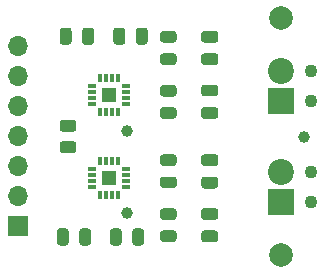
<source format=gbr>
%TF.GenerationSoftware,KiCad,Pcbnew,(5.1.10)-1*%
%TF.CreationDate,2021-10-14T08:55:52-04:00*%
%TF.ProjectId,TP_Final,54505f46-696e-4616-9c2e-6b696361645f,rev?*%
%TF.SameCoordinates,Original*%
%TF.FileFunction,Soldermask,Top*%
%TF.FilePolarity,Negative*%
%FSLAX46Y46*%
G04 Gerber Fmt 4.6, Leading zero omitted, Abs format (unit mm)*
G04 Created by KiCad (PCBNEW (5.1.10)-1) date 2021-10-14 08:55:52*
%MOMM*%
%LPD*%
G01*
G04 APERTURE LIST*
%ADD10R,1.700000X1.700000*%
%ADD11O,1.700000X1.700000*%
%ADD12C,1.000000*%
%ADD13C,2.000000*%
%ADD14C,1.100000*%
%ADD15C,2.200000*%
%ADD16R,2.200000X2.200000*%
%ADD17R,0.800000X0.300000*%
%ADD18R,0.300000X0.800000*%
%ADD19R,1.230000X1.230000*%
G04 APERTURE END LIST*
D10*
%TO.C,J1*%
X110250000Y-109790000D03*
D11*
X110250000Y-107250000D03*
X110250000Y-104710000D03*
X110250000Y-102170000D03*
X110250000Y-99630000D03*
X110250000Y-97090000D03*
X110250000Y-94550000D03*
%TD*%
D12*
%TO.C,FID2*%
X119500000Y-101750000D03*
%TD*%
%TO.C,FID3*%
X119500000Y-108750000D03*
%TD*%
%TO.C,FID4*%
X134500000Y-102250000D03*
%TD*%
D13*
%TO.C,H1*%
X132500000Y-92250000D03*
%TD*%
%TO.C,H2*%
X132500000Y-112250000D03*
%TD*%
D14*
%TO.C,J2*%
X135040000Y-96710000D03*
D15*
X132500000Y-96710000D03*
D14*
X135040000Y-99250000D03*
D16*
X132500000Y-99250000D03*
%TD*%
%TO.C,J3*%
X132500000Y-107790000D03*
D14*
X135040000Y-107790000D03*
D15*
X132500000Y-105250000D03*
D14*
X135040000Y-105250000D03*
%TD*%
D17*
%TO.C,U1*%
X116575000Y-98000000D03*
X116575000Y-98500000D03*
X116575000Y-99000000D03*
X116575000Y-99500000D03*
X119425000Y-99500000D03*
X119425000Y-99000000D03*
X119425000Y-98500000D03*
X119425000Y-98000000D03*
D18*
X117250000Y-100175000D03*
X117750000Y-100175000D03*
X118250000Y-100175000D03*
X118750000Y-100175000D03*
X118750000Y-97325000D03*
X118250000Y-97325000D03*
X117750000Y-97325000D03*
X117250000Y-97325000D03*
D19*
X118000000Y-98750000D03*
%TD*%
%TO.C,U2*%
X118000000Y-105750000D03*
D18*
X117250000Y-104325000D03*
X117750000Y-104325000D03*
X118250000Y-104325000D03*
X118750000Y-104325000D03*
X118750000Y-107175000D03*
X118250000Y-107175000D03*
X117750000Y-107175000D03*
X117250000Y-107175000D03*
D17*
X119425000Y-105000000D03*
X119425000Y-105500000D03*
X119425000Y-106000000D03*
X119425000Y-106500000D03*
X116575000Y-106500000D03*
X116575000Y-106000000D03*
X116575000Y-105500000D03*
X116575000Y-105000000D03*
%TD*%
%TO.C,C1*%
G36*
G01*
X115700000Y-94225000D02*
X115700000Y-93275000D01*
G75*
G02*
X115950000Y-93025000I250000J0D01*
G01*
X116450000Y-93025000D01*
G75*
G02*
X116700000Y-93275000I0J-250000D01*
G01*
X116700000Y-94225000D01*
G75*
G02*
X116450000Y-94475000I-250000J0D01*
G01*
X115950000Y-94475000D01*
G75*
G02*
X115700000Y-94225000I0J250000D01*
G01*
G37*
G36*
G01*
X113800000Y-94225000D02*
X113800000Y-93275000D01*
G75*
G02*
X114050000Y-93025000I250000J0D01*
G01*
X114550000Y-93025000D01*
G75*
G02*
X114800000Y-93275000I0J-250000D01*
G01*
X114800000Y-94225000D01*
G75*
G02*
X114550000Y-94475000I-250000J0D01*
G01*
X114050000Y-94475000D01*
G75*
G02*
X113800000Y-94225000I0J250000D01*
G01*
G37*
%TD*%
%TO.C,C2*%
G36*
G01*
X118350000Y-94225000D02*
X118350000Y-93275000D01*
G75*
G02*
X118600000Y-93025000I250000J0D01*
G01*
X119100000Y-93025000D01*
G75*
G02*
X119350000Y-93275000I0J-250000D01*
G01*
X119350000Y-94225000D01*
G75*
G02*
X119100000Y-94475000I-250000J0D01*
G01*
X118600000Y-94475000D01*
G75*
G02*
X118350000Y-94225000I0J250000D01*
G01*
G37*
G36*
G01*
X120250000Y-94225000D02*
X120250000Y-93275000D01*
G75*
G02*
X120500000Y-93025000I250000J0D01*
G01*
X121000000Y-93025000D01*
G75*
G02*
X121250000Y-93275000I0J-250000D01*
G01*
X121250000Y-94225000D01*
G75*
G02*
X121000000Y-94475000I-250000J0D01*
G01*
X120500000Y-94475000D01*
G75*
G02*
X120250000Y-94225000I0J250000D01*
G01*
G37*
%TD*%
%TO.C,C3*%
G36*
G01*
X113550000Y-111225000D02*
X113550000Y-110275000D01*
G75*
G02*
X113800000Y-110025000I250000J0D01*
G01*
X114300000Y-110025000D01*
G75*
G02*
X114550000Y-110275000I0J-250000D01*
G01*
X114550000Y-111225000D01*
G75*
G02*
X114300000Y-111475000I-250000J0D01*
G01*
X113800000Y-111475000D01*
G75*
G02*
X113550000Y-111225000I0J250000D01*
G01*
G37*
G36*
G01*
X115450000Y-111225000D02*
X115450000Y-110275000D01*
G75*
G02*
X115700000Y-110025000I250000J0D01*
G01*
X116200000Y-110025000D01*
G75*
G02*
X116450000Y-110275000I0J-250000D01*
G01*
X116450000Y-111225000D01*
G75*
G02*
X116200000Y-111475000I-250000J0D01*
G01*
X115700000Y-111475000D01*
G75*
G02*
X115450000Y-111225000I0J250000D01*
G01*
G37*
%TD*%
%TO.C,C4*%
G36*
G01*
X118050000Y-111225000D02*
X118050000Y-110275000D01*
G75*
G02*
X118300000Y-110025000I250000J0D01*
G01*
X118800000Y-110025000D01*
G75*
G02*
X119050000Y-110275000I0J-250000D01*
G01*
X119050000Y-111225000D01*
G75*
G02*
X118800000Y-111475000I-250000J0D01*
G01*
X118300000Y-111475000D01*
G75*
G02*
X118050000Y-111225000I0J250000D01*
G01*
G37*
G36*
G01*
X119950000Y-111225000D02*
X119950000Y-110275000D01*
G75*
G02*
X120200000Y-110025000I250000J0D01*
G01*
X120700000Y-110025000D01*
G75*
G02*
X120950000Y-110275000I0J-250000D01*
G01*
X120950000Y-111225000D01*
G75*
G02*
X120700000Y-111475000I-250000J0D01*
G01*
X120200000Y-111475000D01*
G75*
G02*
X119950000Y-111225000I0J250000D01*
G01*
G37*
%TD*%
%TO.C,C5*%
G36*
G01*
X126025000Y-95200000D02*
X126975000Y-95200000D01*
G75*
G02*
X127225000Y-95450000I0J-250000D01*
G01*
X127225000Y-95950000D01*
G75*
G02*
X126975000Y-96200000I-250000J0D01*
G01*
X126025000Y-96200000D01*
G75*
G02*
X125775000Y-95950000I0J250000D01*
G01*
X125775000Y-95450000D01*
G75*
G02*
X126025000Y-95200000I250000J0D01*
G01*
G37*
G36*
G01*
X126025000Y-93300000D02*
X126975000Y-93300000D01*
G75*
G02*
X127225000Y-93550000I0J-250000D01*
G01*
X127225000Y-94050000D01*
G75*
G02*
X126975000Y-94300000I-250000J0D01*
G01*
X126025000Y-94300000D01*
G75*
G02*
X125775000Y-94050000I0J250000D01*
G01*
X125775000Y-93550000D01*
G75*
G02*
X126025000Y-93300000I250000J0D01*
G01*
G37*
%TD*%
%TO.C,C6*%
G36*
G01*
X126025000Y-99750000D02*
X126975000Y-99750000D01*
G75*
G02*
X127225000Y-100000000I0J-250000D01*
G01*
X127225000Y-100500000D01*
G75*
G02*
X126975000Y-100750000I-250000J0D01*
G01*
X126025000Y-100750000D01*
G75*
G02*
X125775000Y-100500000I0J250000D01*
G01*
X125775000Y-100000000D01*
G75*
G02*
X126025000Y-99750000I250000J0D01*
G01*
G37*
G36*
G01*
X126025000Y-97850000D02*
X126975000Y-97850000D01*
G75*
G02*
X127225000Y-98100000I0J-250000D01*
G01*
X127225000Y-98600000D01*
G75*
G02*
X126975000Y-98850000I-250000J0D01*
G01*
X126025000Y-98850000D01*
G75*
G02*
X125775000Y-98600000I0J250000D01*
G01*
X125775000Y-98100000D01*
G75*
G02*
X126025000Y-97850000I250000J0D01*
G01*
G37*
%TD*%
%TO.C,C7*%
G36*
G01*
X126025000Y-103750000D02*
X126975000Y-103750000D01*
G75*
G02*
X127225000Y-104000000I0J-250000D01*
G01*
X127225000Y-104500000D01*
G75*
G02*
X126975000Y-104750000I-250000J0D01*
G01*
X126025000Y-104750000D01*
G75*
G02*
X125775000Y-104500000I0J250000D01*
G01*
X125775000Y-104000000D01*
G75*
G02*
X126025000Y-103750000I250000J0D01*
G01*
G37*
G36*
G01*
X126025000Y-105650000D02*
X126975000Y-105650000D01*
G75*
G02*
X127225000Y-105900000I0J-250000D01*
G01*
X127225000Y-106400000D01*
G75*
G02*
X126975000Y-106650000I-250000J0D01*
G01*
X126025000Y-106650000D01*
G75*
G02*
X125775000Y-106400000I0J250000D01*
G01*
X125775000Y-105900000D01*
G75*
G02*
X126025000Y-105650000I250000J0D01*
G01*
G37*
%TD*%
%TO.C,C8*%
G36*
G01*
X126025000Y-110200000D02*
X126975000Y-110200000D01*
G75*
G02*
X127225000Y-110450000I0J-250000D01*
G01*
X127225000Y-110950000D01*
G75*
G02*
X126975000Y-111200000I-250000J0D01*
G01*
X126025000Y-111200000D01*
G75*
G02*
X125775000Y-110950000I0J250000D01*
G01*
X125775000Y-110450000D01*
G75*
G02*
X126025000Y-110200000I250000J0D01*
G01*
G37*
G36*
G01*
X126025000Y-108300000D02*
X126975000Y-108300000D01*
G75*
G02*
X127225000Y-108550000I0J-250000D01*
G01*
X127225000Y-109050000D01*
G75*
G02*
X126975000Y-109300000I-250000J0D01*
G01*
X126025000Y-109300000D01*
G75*
G02*
X125775000Y-109050000I0J250000D01*
G01*
X125775000Y-108550000D01*
G75*
G02*
X126025000Y-108300000I250000J0D01*
G01*
G37*
%TD*%
%TO.C,FB1*%
G36*
G01*
X122543750Y-93325000D02*
X123456250Y-93325000D01*
G75*
G02*
X123700000Y-93568750I0J-243750D01*
G01*
X123700000Y-94056250D01*
G75*
G02*
X123456250Y-94300000I-243750J0D01*
G01*
X122543750Y-94300000D01*
G75*
G02*
X122300000Y-94056250I0J243750D01*
G01*
X122300000Y-93568750D01*
G75*
G02*
X122543750Y-93325000I243750J0D01*
G01*
G37*
G36*
G01*
X122543750Y-95200000D02*
X123456250Y-95200000D01*
G75*
G02*
X123700000Y-95443750I0J-243750D01*
G01*
X123700000Y-95931250D01*
G75*
G02*
X123456250Y-96175000I-243750J0D01*
G01*
X122543750Y-96175000D01*
G75*
G02*
X122300000Y-95931250I0J243750D01*
G01*
X122300000Y-95443750D01*
G75*
G02*
X122543750Y-95200000I243750J0D01*
G01*
G37*
%TD*%
%TO.C,FB2*%
G36*
G01*
X122543750Y-97887500D02*
X123456250Y-97887500D01*
G75*
G02*
X123700000Y-98131250I0J-243750D01*
G01*
X123700000Y-98618750D01*
G75*
G02*
X123456250Y-98862500I-243750J0D01*
G01*
X122543750Y-98862500D01*
G75*
G02*
X122300000Y-98618750I0J243750D01*
G01*
X122300000Y-98131250D01*
G75*
G02*
X122543750Y-97887500I243750J0D01*
G01*
G37*
G36*
G01*
X122543750Y-99762500D02*
X123456250Y-99762500D01*
G75*
G02*
X123700000Y-100006250I0J-243750D01*
G01*
X123700000Y-100493750D01*
G75*
G02*
X123456250Y-100737500I-243750J0D01*
G01*
X122543750Y-100737500D01*
G75*
G02*
X122300000Y-100493750I0J243750D01*
G01*
X122300000Y-100006250D01*
G75*
G02*
X122543750Y-99762500I243750J0D01*
G01*
G37*
%TD*%
%TO.C,FB3*%
G36*
G01*
X122543750Y-105637500D02*
X123456250Y-105637500D01*
G75*
G02*
X123700000Y-105881250I0J-243750D01*
G01*
X123700000Y-106368750D01*
G75*
G02*
X123456250Y-106612500I-243750J0D01*
G01*
X122543750Y-106612500D01*
G75*
G02*
X122300000Y-106368750I0J243750D01*
G01*
X122300000Y-105881250D01*
G75*
G02*
X122543750Y-105637500I243750J0D01*
G01*
G37*
G36*
G01*
X122543750Y-103762500D02*
X123456250Y-103762500D01*
G75*
G02*
X123700000Y-104006250I0J-243750D01*
G01*
X123700000Y-104493750D01*
G75*
G02*
X123456250Y-104737500I-243750J0D01*
G01*
X122543750Y-104737500D01*
G75*
G02*
X122300000Y-104493750I0J243750D01*
G01*
X122300000Y-104006250D01*
G75*
G02*
X122543750Y-103762500I243750J0D01*
G01*
G37*
%TD*%
%TO.C,FB4*%
G36*
G01*
X122543750Y-110200000D02*
X123456250Y-110200000D01*
G75*
G02*
X123700000Y-110443750I0J-243750D01*
G01*
X123700000Y-110931250D01*
G75*
G02*
X123456250Y-111175000I-243750J0D01*
G01*
X122543750Y-111175000D01*
G75*
G02*
X122300000Y-110931250I0J243750D01*
G01*
X122300000Y-110443750D01*
G75*
G02*
X122543750Y-110200000I243750J0D01*
G01*
G37*
G36*
G01*
X122543750Y-108325000D02*
X123456250Y-108325000D01*
G75*
G02*
X123700000Y-108568750I0J-243750D01*
G01*
X123700000Y-109056250D01*
G75*
G02*
X123456250Y-109300000I-243750J0D01*
G01*
X122543750Y-109300000D01*
G75*
G02*
X122300000Y-109056250I0J243750D01*
G01*
X122300000Y-108568750D01*
G75*
G02*
X122543750Y-108325000I243750J0D01*
G01*
G37*
%TD*%
%TO.C,R1*%
G36*
G01*
X114950001Y-103675000D02*
X114049999Y-103675000D01*
G75*
G02*
X113800000Y-103425001I0J249999D01*
G01*
X113800000Y-102899999D01*
G75*
G02*
X114049999Y-102650000I249999J0D01*
G01*
X114950001Y-102650000D01*
G75*
G02*
X115200000Y-102899999I0J-249999D01*
G01*
X115200000Y-103425001D01*
G75*
G02*
X114950001Y-103675000I-249999J0D01*
G01*
G37*
G36*
G01*
X114950001Y-101850000D02*
X114049999Y-101850000D01*
G75*
G02*
X113800000Y-101600001I0J249999D01*
G01*
X113800000Y-101074999D01*
G75*
G02*
X114049999Y-100825000I249999J0D01*
G01*
X114950001Y-100825000D01*
G75*
G02*
X115200000Y-101074999I0J-249999D01*
G01*
X115200000Y-101600001D01*
G75*
G02*
X114950001Y-101850000I-249999J0D01*
G01*
G37*
%TD*%
M02*

</source>
